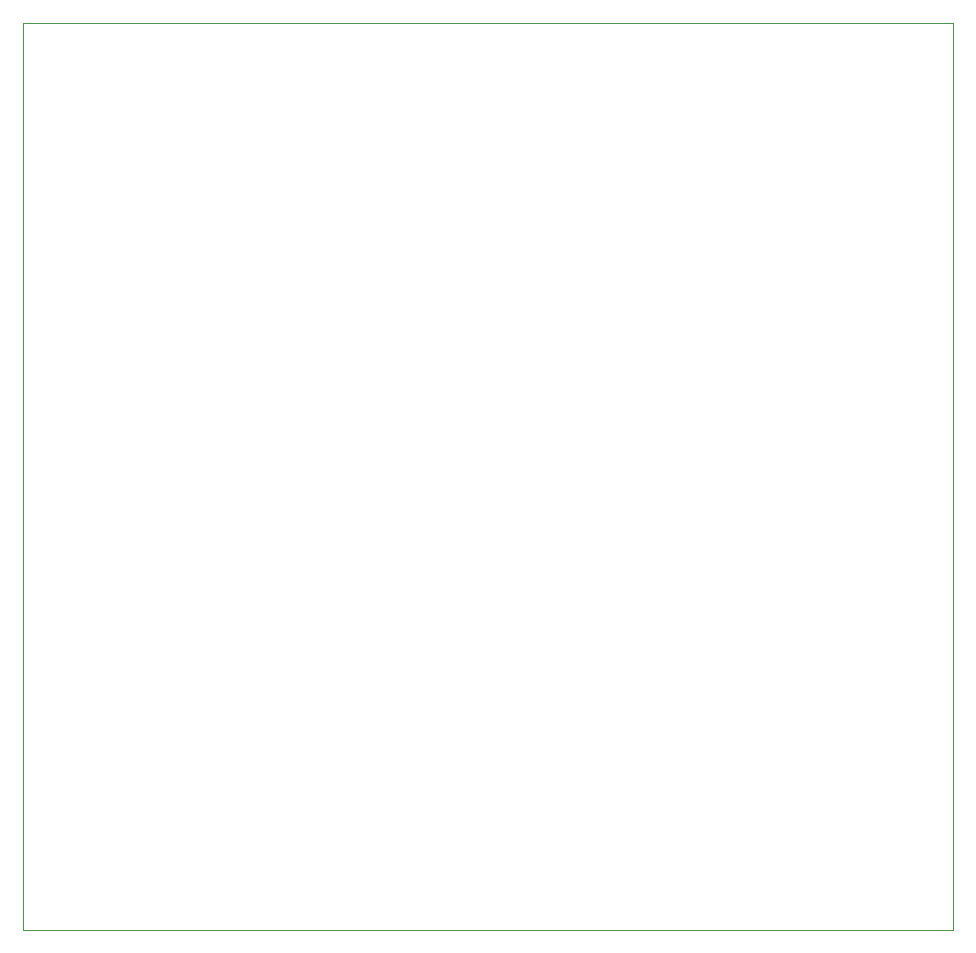
<source format=gko>
G75*
%MOIN*%
%OFA0B0*%
%FSLAX24Y24*%
%IPPOS*%
%LPD*%
%AMOC8*
5,1,8,0,0,1.08239X$1,22.5*
%
%ADD10C,0.0000*%
D10*
X000150Y003893D02*
X000150Y034143D01*
X031150Y034143D01*
X031150Y003893D01*
X000150Y003893D01*
M02*

</source>
